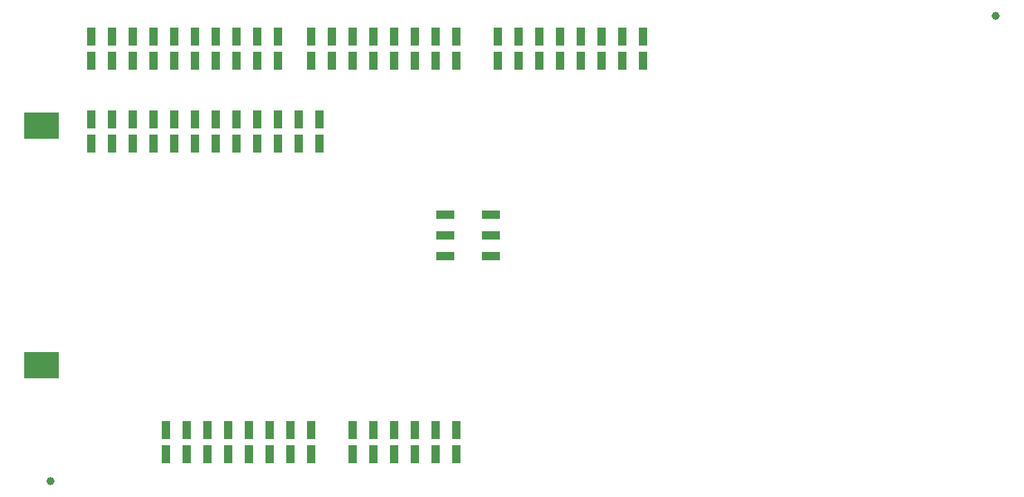
<source format=gbp>
G04*
G04 #@! TF.GenerationSoftware,Altium Limited,Altium Designer,19.1.7 (138)*
G04*
G04 Layer_Color=128*
%FSLAX24Y24*%
%MOIN*%
G70*
G01*
G75*
%ADD90R,0.0402X0.0862*%
%ADD117C,0.0394*%
%ADD252R,0.1654X0.1260*%
%ADD253R,0.0874X0.0402*%
D90*
X15400Y17423D02*
D03*
Y18577D02*
D03*
X16400Y17423D02*
D03*
Y18577D02*
D03*
X7400D02*
D03*
Y17423D02*
D03*
X11400D02*
D03*
Y18577D02*
D03*
X12400Y17423D02*
D03*
Y18577D02*
D03*
X10400Y17423D02*
D03*
Y18577D02*
D03*
X9400Y17423D02*
D03*
Y18577D02*
D03*
X8400D02*
D03*
Y17423D02*
D03*
X14400Y18577D02*
D03*
Y17423D02*
D03*
X13400Y18577D02*
D03*
Y17423D02*
D03*
X17400Y18577D02*
D03*
Y17423D02*
D03*
X18400Y18577D02*
D03*
Y17423D02*
D03*
X10400Y22577D02*
D03*
Y21423D02*
D03*
X9400Y22577D02*
D03*
Y21423D02*
D03*
X15400Y22577D02*
D03*
Y21423D02*
D03*
X14400D02*
D03*
Y22577D02*
D03*
X13400Y21423D02*
D03*
Y22577D02*
D03*
X11400Y21423D02*
D03*
Y22577D02*
D03*
X12400Y21423D02*
D03*
Y22577D02*
D03*
X16400D02*
D03*
Y21423D02*
D03*
X7400D02*
D03*
Y22577D02*
D03*
X8400Y21423D02*
D03*
Y22577D02*
D03*
X34000Y21423D02*
D03*
Y22577D02*
D03*
X30000D02*
D03*
Y21423D02*
D03*
X29000Y22577D02*
D03*
Y21423D02*
D03*
X31000Y22577D02*
D03*
Y21423D02*
D03*
X32000Y22577D02*
D03*
Y21423D02*
D03*
X33000D02*
D03*
Y22577D02*
D03*
X27000Y21423D02*
D03*
Y22577D02*
D03*
X28000Y21423D02*
D03*
Y22577D02*
D03*
X25000Y21423D02*
D03*
Y22577D02*
D03*
X21000D02*
D03*
Y21423D02*
D03*
X20000Y22577D02*
D03*
Y21423D02*
D03*
X22000Y22577D02*
D03*
Y21423D02*
D03*
X23000Y22577D02*
D03*
Y21423D02*
D03*
X24000D02*
D03*
Y22577D02*
D03*
X18000Y21423D02*
D03*
Y22577D02*
D03*
X19000Y21423D02*
D03*
Y22577D02*
D03*
X11000Y3577D02*
D03*
Y2423D02*
D03*
X15000D02*
D03*
Y3577D02*
D03*
X16000Y2423D02*
D03*
Y3577D02*
D03*
X14000Y2423D02*
D03*
Y3577D02*
D03*
X13000Y2423D02*
D03*
Y3577D02*
D03*
X12000D02*
D03*
Y2423D02*
D03*
X18000Y3577D02*
D03*
Y2423D02*
D03*
X17000Y3577D02*
D03*
Y2423D02*
D03*
X21000D02*
D03*
Y3577D02*
D03*
X22000D02*
D03*
Y2423D02*
D03*
X23000Y3577D02*
D03*
Y2423D02*
D03*
X25000Y3577D02*
D03*
Y2423D02*
D03*
X24000Y3577D02*
D03*
Y2423D02*
D03*
X20000D02*
D03*
Y3577D02*
D03*
D117*
X50973Y23600D02*
D03*
X5411Y1120D02*
D03*
D252*
X4990Y6732D02*
D03*
Y18268D02*
D03*
D253*
X24438Y12000D02*
D03*
X26662D02*
D03*
X24438Y13000D02*
D03*
Y14000D02*
D03*
X26662Y13000D02*
D03*
Y14000D02*
D03*
M02*

</source>
